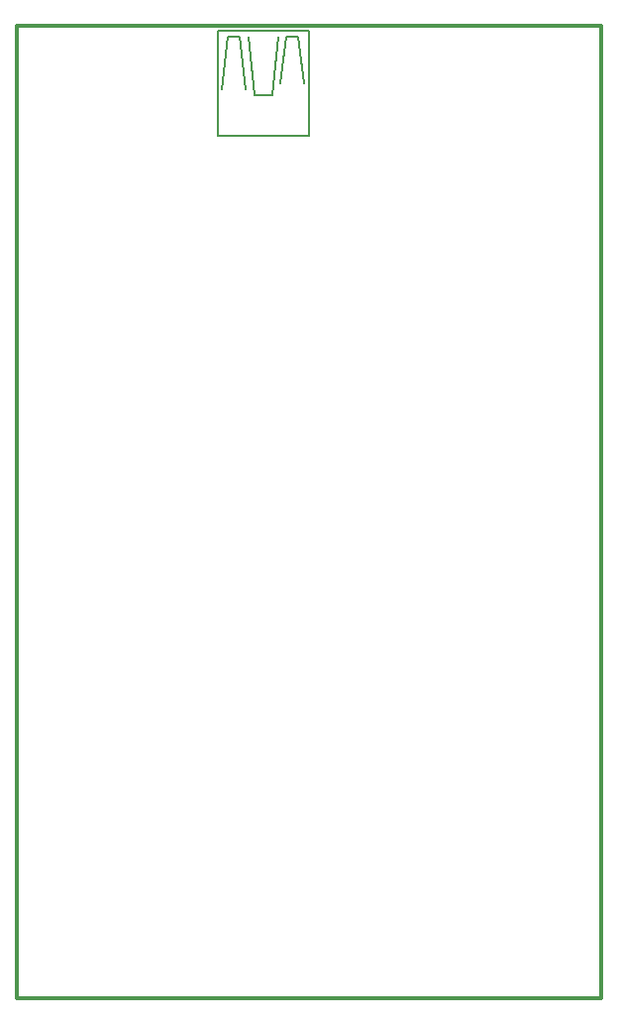
<source format=gbo>
G75*
G70*
%OFA0B0*%
%FSLAX24Y24*%
%IPPOS*%
%LPD*%
%AMOC8*
5,1,8,0,0,1.08239X$1,22.5*
%
%ADD10C,0.0120*%
%ADD11C,0.0050*%
D10*
X000168Y000170D02*
X019853Y000170D01*
X019853Y032847D01*
X000168Y032847D01*
X000168Y000170D01*
D11*
X006936Y029158D02*
X006936Y032702D01*
X010007Y032702D01*
X010007Y029158D01*
X006936Y029158D01*
X007094Y030733D02*
X007290Y032505D01*
X007684Y032505D01*
X007881Y030733D01*
X008176Y030536D02*
X007979Y032505D01*
X008964Y032505D02*
X008767Y030536D01*
X008176Y030536D01*
X009062Y030930D02*
X009259Y032505D01*
X009653Y032505D01*
X009849Y030930D01*
M02*

</source>
